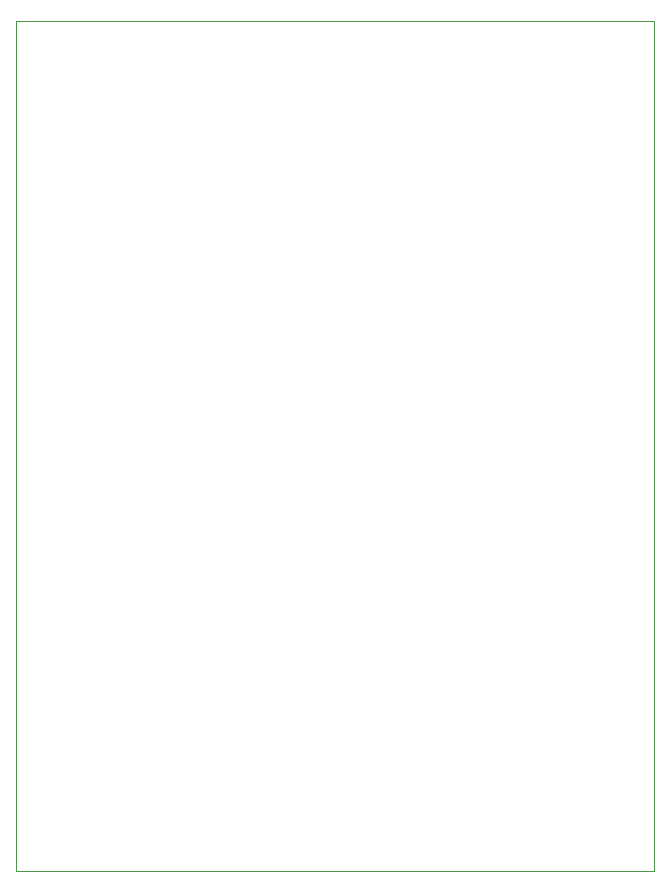
<source format=gbr>
%TF.GenerationSoftware,KiCad,Pcbnew,8.0.4*%
%TF.CreationDate,2024-08-11T17:04:56+02:00*%
%TF.ProjectId,SDCreset,53444372-6573-4657-942e-6b696361645f,rev?*%
%TF.SameCoordinates,Original*%
%TF.FileFunction,Profile,NP*%
%FSLAX46Y46*%
G04 Gerber Fmt 4.6, Leading zero omitted, Abs format (unit mm)*
G04 Created by KiCad (PCBNEW 8.0.4) date 2024-08-11 17:04:56*
%MOMM*%
%LPD*%
G01*
G04 APERTURE LIST*
%TA.AperFunction,Profile*%
%ADD10C,0.050000*%
%TD*%
G04 APERTURE END LIST*
D10*
X148000000Y-48000000D02*
X202000000Y-48000000D01*
X202000000Y-120000000D01*
X148000000Y-120000000D01*
X148000000Y-48000000D01*
M02*

</source>
